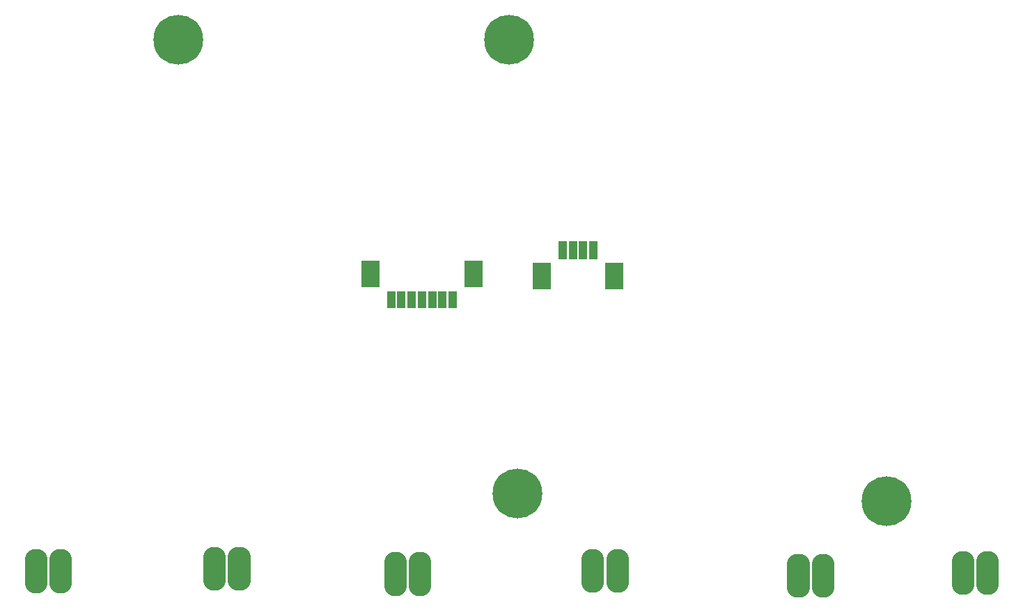
<source format=gbr>
G04 EAGLE Gerber RS-274X export*
G75*
%MOMM*%
%FSLAX34Y34*%
%LPD*%
%INSoldermask Top*%
%IPPOS*%
%AMOC8*
5,1,8,0,0,1.08239X$1,22.5*%
G01*
%ADD10C,2.304288*%
%ADD11R,1.003200X2.003200*%
%ADD12R,2.303200X3.203200*%
%ADD13C,6.045200*%
%ADD14R,1.003200X2.203200*%


D10*
X1203324Y206050D02*
X1203324Y176260D01*
X1198934Y176260D01*
X1198934Y206050D01*
X1203324Y206050D01*
X1203324Y198151D02*
X1198934Y198151D01*
X1233324Y206050D02*
X1233324Y176260D01*
X1228934Y176260D01*
X1228934Y206050D01*
X1233324Y206050D01*
X1233324Y198151D02*
X1228934Y198151D01*
X1003324Y202250D02*
X1003324Y172460D01*
X998934Y172460D01*
X998934Y202250D01*
X1003324Y202250D01*
X1003324Y194351D02*
X998934Y194351D01*
X1033324Y202250D02*
X1033324Y172460D01*
X1028934Y172460D01*
X1028934Y202250D01*
X1033324Y202250D01*
X1033324Y194351D02*
X1028934Y194351D01*
X753324Y208450D02*
X753324Y178660D01*
X748934Y178660D01*
X748934Y208450D01*
X753324Y208450D01*
X753324Y200551D02*
X748934Y200551D01*
X783324Y208450D02*
X783324Y178660D01*
X778934Y178660D01*
X778934Y208450D01*
X783324Y208450D01*
X783324Y200551D02*
X778934Y200551D01*
X513324Y204650D02*
X513324Y174860D01*
X508934Y174860D01*
X508934Y204650D01*
X513324Y204650D01*
X513324Y196751D02*
X508934Y196751D01*
X543324Y204650D02*
X543324Y174860D01*
X538934Y174860D01*
X538934Y204650D01*
X543324Y204650D01*
X543324Y196751D02*
X538934Y196751D01*
X293324Y210850D02*
X293324Y181060D01*
X288934Y181060D01*
X288934Y210850D01*
X293324Y210850D01*
X293324Y202951D02*
X288934Y202951D01*
X323324Y210850D02*
X323324Y181060D01*
X318934Y181060D01*
X318934Y210850D01*
X323324Y210850D01*
X323324Y202951D02*
X318934Y202951D01*
X76324Y208050D02*
X76324Y178260D01*
X71934Y178260D01*
X71934Y208050D01*
X76324Y208050D01*
X76324Y200151D02*
X71934Y200151D01*
X106324Y208050D02*
X106324Y178260D01*
X101934Y178260D01*
X101934Y208050D01*
X106324Y208050D01*
X106324Y200151D02*
X101934Y200151D01*
D11*
X581329Y522655D03*
X568829Y522655D03*
X556329Y522655D03*
X543829Y522655D03*
X531329Y522655D03*
X518829Y522655D03*
X506329Y522655D03*
D12*
X606329Y553905D03*
X481329Y553905D03*
D13*
X649829Y838155D03*
X247329Y838755D03*
X1108429Y277755D03*
X659529Y286755D03*
D14*
X714779Y582655D03*
X727279Y582655D03*
X739779Y582655D03*
X752279Y582655D03*
D12*
X689779Y551405D03*
X777279Y551405D03*
M02*

</source>
